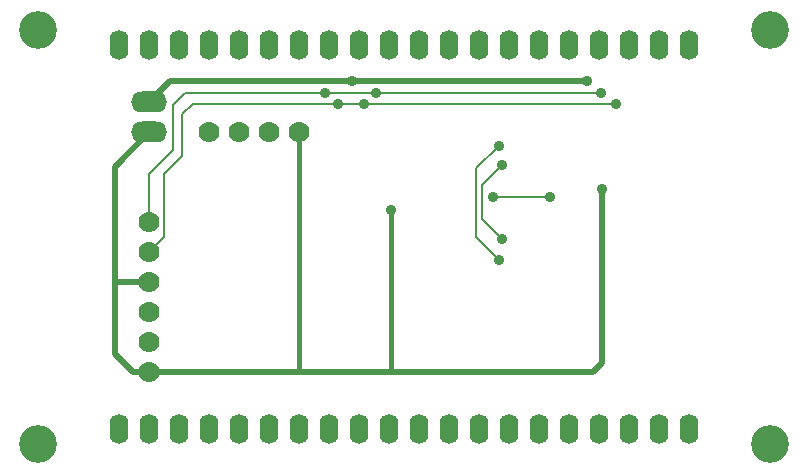
<source format=gtl>
G04 (created by PCBNEW-RS274X (2012-01-19 BZR 3256)-stable) date 18/05/2013 06:36:34*
G01*
G70*
G90*
%MOIN*%
G04 Gerber Fmt 3.4, Leading zero omitted, Abs format*
%FSLAX34Y34*%
G04 APERTURE LIST*
%ADD10C,0.006000*%
%ADD11O,0.063000X0.100000*%
%ADD12C,0.070000*%
%ADD13C,0.126000*%
%ADD14O,0.120000X0.070000*%
%ADD15C,0.035000*%
%ADD16C,0.019700*%
%ADD17C,0.015700*%
%ADD18C,0.008000*%
G04 APERTURE END LIST*
G54D10*
G54D11*
X59500Y-48900D03*
X60500Y-48900D03*
X61500Y-48900D03*
X62500Y-48900D03*
X63500Y-48900D03*
X64500Y-48900D03*
X65500Y-48900D03*
X66500Y-48900D03*
X67500Y-48900D03*
X68500Y-48900D03*
X69500Y-48900D03*
X70500Y-48900D03*
X71500Y-48900D03*
X72500Y-48900D03*
X73500Y-48900D03*
X74500Y-48900D03*
X75500Y-48900D03*
X76500Y-48900D03*
X77500Y-48900D03*
X78500Y-48900D03*
X78500Y-36100D03*
X77500Y-36100D03*
X76500Y-36100D03*
X75500Y-36100D03*
X74500Y-36100D03*
X73500Y-36100D03*
X72500Y-36100D03*
X71500Y-36100D03*
X70500Y-36100D03*
X69500Y-36100D03*
X68500Y-36100D03*
X67500Y-36100D03*
X66500Y-36100D03*
X65500Y-36100D03*
X64500Y-36100D03*
X63500Y-36100D03*
X62500Y-36100D03*
X61500Y-36100D03*
X60500Y-36100D03*
X59500Y-36100D03*
G54D12*
X60500Y-44000D03*
X60500Y-43000D03*
X60500Y-42000D03*
X60500Y-47000D03*
X60500Y-46000D03*
X60500Y-45000D03*
G54D13*
X81205Y-35610D03*
X81205Y-49390D03*
X56795Y-49390D03*
X56795Y-35610D03*
G54D14*
X60500Y-38000D03*
X60500Y-39000D03*
G54D12*
X65500Y-39000D03*
X64500Y-39000D03*
X63500Y-39000D03*
X62500Y-39000D03*
G54D15*
X68550Y-41600D03*
X75600Y-40900D03*
X72250Y-42550D03*
X72250Y-40100D03*
X73850Y-41150D03*
X71950Y-41150D03*
X72150Y-39450D03*
X72150Y-43250D03*
X68050Y-37700D03*
X75550Y-37700D03*
X66350Y-37700D03*
X67650Y-38050D03*
X76050Y-38050D03*
X66800Y-38050D03*
X67250Y-37300D03*
X75100Y-37300D03*
G54D16*
X67300Y-47000D02*
X68550Y-47000D01*
X59350Y-44000D02*
X59350Y-40150D01*
X68550Y-47000D02*
X75300Y-47000D01*
X59950Y-47000D02*
X59350Y-46400D01*
X60500Y-47000D02*
X65500Y-47000D01*
X60500Y-47000D02*
X59950Y-47000D01*
X65500Y-47000D02*
X67300Y-47000D01*
X59350Y-40150D02*
X60500Y-39000D01*
X75300Y-47000D02*
X75600Y-46700D01*
G54D17*
X68550Y-41600D02*
X68550Y-47000D01*
G54D16*
X59350Y-44000D02*
X60500Y-44000D01*
G54D17*
X65500Y-39000D02*
X65500Y-47000D01*
G54D16*
X59350Y-46400D02*
X59350Y-44000D01*
X75600Y-46700D02*
X75600Y-40900D01*
G54D18*
X72250Y-40100D02*
X71600Y-40750D01*
X71600Y-40750D02*
X71600Y-41900D01*
X71600Y-41900D02*
X72250Y-42550D01*
X73850Y-41150D02*
X71950Y-41150D01*
X72150Y-39450D02*
X71400Y-40200D01*
X71400Y-40200D02*
X71400Y-42500D01*
X71400Y-42500D02*
X72150Y-43250D01*
X66350Y-37700D02*
X64550Y-37700D01*
X75550Y-37700D02*
X68050Y-37700D01*
X66450Y-37700D02*
X66350Y-37700D01*
X68050Y-37700D02*
X66450Y-37700D01*
X60500Y-42000D02*
X60500Y-40400D01*
X61300Y-38100D02*
X61700Y-37700D01*
X64550Y-37700D02*
X61700Y-37700D01*
X61300Y-39600D02*
X61300Y-38100D01*
X60500Y-40400D02*
X61300Y-39600D01*
X67650Y-38050D02*
X76050Y-38050D01*
X65000Y-38050D02*
X66100Y-38050D01*
X66100Y-38050D02*
X66800Y-38050D01*
X61000Y-40400D02*
X61600Y-39800D01*
X66800Y-38050D02*
X67200Y-38050D01*
X61600Y-39800D02*
X61600Y-38400D01*
X61000Y-42500D02*
X61000Y-40400D01*
X60500Y-43000D02*
X61000Y-42500D01*
X61600Y-38400D02*
X61950Y-38050D01*
X61950Y-38050D02*
X65000Y-38050D01*
X67200Y-38050D02*
X67650Y-38050D01*
G54D16*
X67250Y-37300D02*
X61200Y-37300D01*
X61200Y-37300D02*
X60500Y-38000D01*
X67250Y-37300D02*
X75100Y-37300D01*
M02*

</source>
